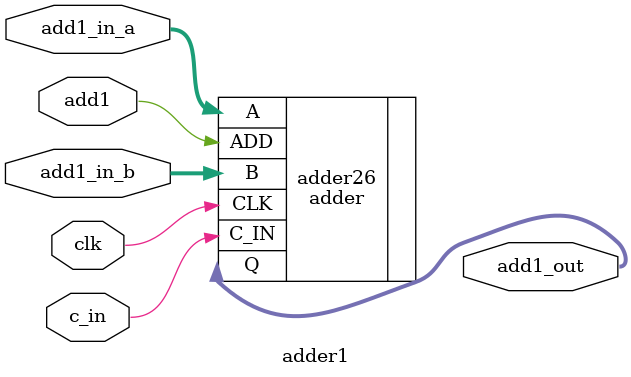
<source format=v>
`timescale 1ns / 1ps
module adder1(add1_in_a,  add1_in_b, c_in,  add1,  add1_out,  clk);
input [25:0] add1_in_a, add1_in_b;
input c_in, add1, clk;
output [25:0] add1_out;


adder adder26(
	.A(add1_in_a),
	.B(add1_in_b),
	.C_IN(c_in),
	.ADD(add1),
	.Q(add1_out),
	.CLK(clk)
	);	
	
endmodule


</source>
